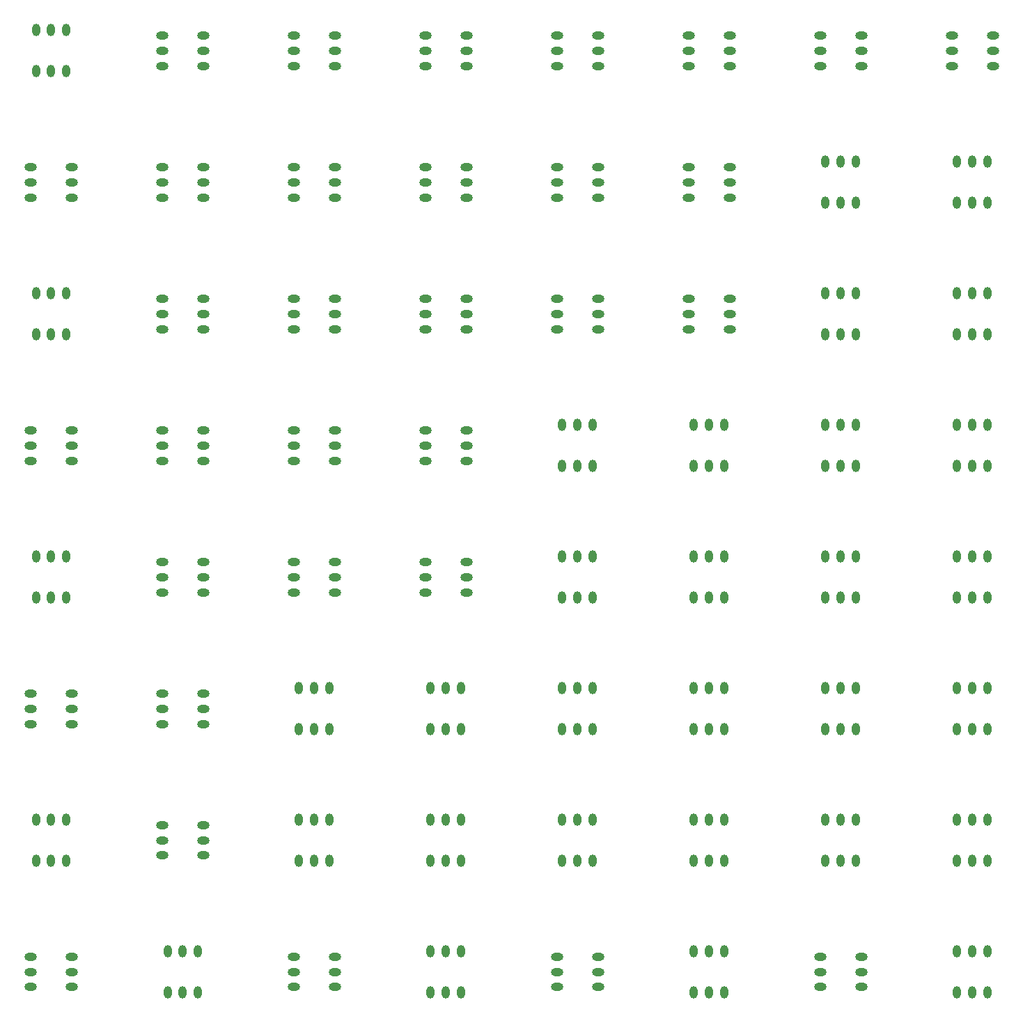
<source format=gtp>
G04 DipTrace 2.4.0.2*
%IN64xAPA102Cx16mm.gtp*%
%MOMM*%
%ADD20O,1.5X1.0*%
%ADD22O,1.0X1.5*%
%FSLAX53Y53*%
G04*
G71*
G90*
G75*
G01*
%LNTopPaste*%
%LPD*%
D20*
X15500Y19850D3*
Y18000D3*
Y16150D3*
X20500D3*
Y18000D3*
Y19850D3*
D22*
X16150Y31500D3*
X18000D3*
X19850D3*
Y36500D3*
X18000D3*
X16150D3*
D20*
X31500Y35850D3*
Y34000D3*
Y32150D3*
X36500D3*
Y34000D3*
Y35850D3*
D22*
X35850Y20500D3*
X34000D3*
X32150D3*
Y15500D3*
X34000D3*
X35850D3*
D20*
X47500Y19850D3*
Y18000D3*
Y16150D3*
X52500D3*
Y18000D3*
Y19850D3*
D22*
X48150Y31500D3*
X50000D3*
X51850D3*
Y36500D3*
X50000D3*
X48150D3*
Y47500D3*
X50000D3*
X51850D3*
Y52500D3*
X50000D3*
X48150D3*
D20*
X36500Y48150D3*
Y50000D3*
Y51850D3*
X31500D3*
Y50000D3*
Y48150D3*
X20500D3*
Y50000D3*
Y51850D3*
X15500D3*
Y50000D3*
Y48150D3*
D22*
X16150Y63500D3*
X18000D3*
X19850D3*
Y68500D3*
X18000D3*
X16150D3*
D20*
X31500Y67850D3*
Y66000D3*
Y64150D3*
X36500D3*
Y66000D3*
Y67850D3*
X47500D3*
Y66000D3*
Y64150D3*
X52500D3*
Y66000D3*
Y67850D3*
X63500D3*
Y66000D3*
Y64150D3*
X68500D3*
Y66000D3*
Y67850D3*
D22*
X67850Y52500D3*
X66000D3*
X64150D3*
Y47500D3*
X66000D3*
X67850D3*
Y36500D3*
X66000D3*
X64150D3*
Y31500D3*
X66000D3*
X67850D3*
Y20500D3*
X66000D3*
X64150D3*
Y15500D3*
X66000D3*
X67850D3*
D20*
X79500Y19850D3*
Y18000D3*
Y16150D3*
X84500D3*
Y18000D3*
Y19850D3*
D22*
X80150Y31500D3*
X82000D3*
X83850D3*
Y36500D3*
X82000D3*
X80150D3*
Y47500D3*
X82000D3*
X83850D3*
Y52500D3*
X82000D3*
X80150D3*
Y63500D3*
X82000D3*
X83850D3*
Y68500D3*
X82000D3*
X80150D3*
Y79500D3*
X82000D3*
X83850D3*
Y84500D3*
X82000D3*
X80150D3*
D20*
X68500Y80150D3*
Y82000D3*
Y83850D3*
X63500D3*
Y82000D3*
Y80150D3*
X52500D3*
Y82000D3*
Y83850D3*
X47500D3*
Y82000D3*
Y80150D3*
X36500D3*
Y82000D3*
Y83850D3*
X31500D3*
Y82000D3*
Y80150D3*
X20500D3*
Y82000D3*
Y83850D3*
X15500D3*
Y82000D3*
Y80150D3*
D22*
X16150Y95500D3*
X18000D3*
X19850D3*
Y100500D3*
X18000D3*
X16150D3*
D20*
X31500Y99850D3*
Y98000D3*
Y96150D3*
X36500D3*
Y98000D3*
Y99850D3*
X47500D3*
Y98000D3*
Y96150D3*
X52500D3*
Y98000D3*
Y99850D3*
X63500D3*
Y98000D3*
Y96150D3*
X68500D3*
Y98000D3*
Y99850D3*
X79500D3*
Y98000D3*
Y96150D3*
X84500D3*
Y98000D3*
Y99850D3*
X95500D3*
Y98000D3*
Y96150D3*
X100500D3*
Y98000D3*
Y99850D3*
D22*
X99850Y84500D3*
X98000D3*
X96150D3*
Y79500D3*
X98000D3*
X99850D3*
Y68500D3*
X98000D3*
X96150D3*
Y63500D3*
X98000D3*
X99850D3*
Y52500D3*
X98000D3*
X96150D3*
Y47500D3*
X98000D3*
X99850D3*
Y36500D3*
X98000D3*
X96150D3*
Y31500D3*
X98000D3*
X99850D3*
Y20500D3*
X98000D3*
X96150D3*
Y15500D3*
X98000D3*
X99850D3*
D20*
X111500Y19850D3*
Y18000D3*
Y16150D3*
X116500D3*
Y18000D3*
Y19850D3*
D22*
X112150Y31500D3*
X114000D3*
X115850D3*
Y36500D3*
X114000D3*
X112150D3*
Y47500D3*
X114000D3*
X115850D3*
Y52500D3*
X114000D3*
X112150D3*
Y63500D3*
X114000D3*
X115850D3*
Y68500D3*
X114000D3*
X112150D3*
Y79500D3*
X114000D3*
X115850D3*
Y84500D3*
X114000D3*
X112150D3*
Y95500D3*
X114000D3*
X115850D3*
Y100500D3*
X114000D3*
X112150D3*
Y111500D3*
X114000D3*
X115850D3*
Y116500D3*
X114000D3*
X112150D3*
D20*
X100500Y112150D3*
Y114000D3*
Y115850D3*
X95500D3*
Y114000D3*
Y112150D3*
X84500D3*
Y114000D3*
Y115850D3*
X79500D3*
Y114000D3*
Y112150D3*
X68500D3*
Y114000D3*
Y115850D3*
X63500D3*
Y114000D3*
Y112150D3*
X52500D3*
Y114000D3*
Y115850D3*
X47500D3*
Y114000D3*
Y112150D3*
X36500D3*
Y114000D3*
Y115850D3*
X31500D3*
Y114000D3*
Y112150D3*
X20500D3*
Y114000D3*
Y115850D3*
X15500D3*
Y114000D3*
Y112150D3*
D22*
X16150Y127500D3*
X18000D3*
X19850D3*
Y132500D3*
X18000D3*
X16150D3*
D20*
X31500Y131850D3*
Y130000D3*
Y128150D3*
X36500D3*
Y130000D3*
Y131850D3*
X47500D3*
Y130000D3*
Y128150D3*
X52500D3*
Y130000D3*
Y131850D3*
X63500D3*
Y130000D3*
Y128150D3*
X68500D3*
Y130000D3*
Y131850D3*
X79500D3*
Y130000D3*
Y128150D3*
X84500D3*
Y130000D3*
Y131850D3*
X95500D3*
Y130000D3*
Y128150D3*
X100500D3*
Y130000D3*
Y131850D3*
X111500D3*
Y130000D3*
Y128150D3*
X116500D3*
Y130000D3*
Y131850D3*
X127500D3*
Y130000D3*
Y128150D3*
X132500D3*
Y130000D3*
Y131850D3*
D22*
X131850Y116500D3*
X130000D3*
X128150D3*
Y111500D3*
X130000D3*
X131850D3*
Y100500D3*
X130000D3*
X128150D3*
Y95500D3*
X130000D3*
X131850D3*
Y84500D3*
X130000D3*
X128150D3*
Y79500D3*
X130000D3*
X131850D3*
Y68500D3*
X130000D3*
X128150D3*
Y63500D3*
X130000D3*
X131850D3*
Y52500D3*
X130000D3*
X128150D3*
Y47500D3*
X130000D3*
X131850D3*
Y36500D3*
X130000D3*
X128150D3*
Y31500D3*
X130000D3*
X131850D3*
Y20500D3*
X130000D3*
X128150D3*
Y15500D3*
X130000D3*
X131850D3*
M02*

</source>
